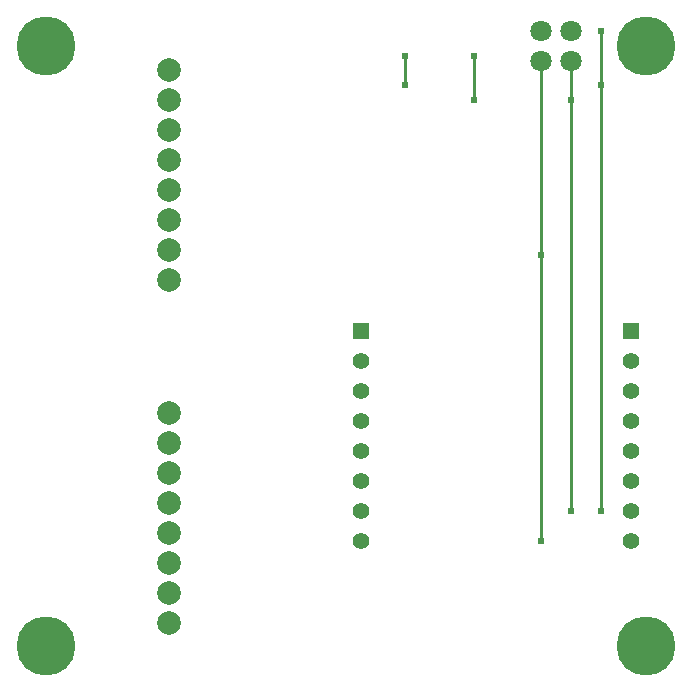
<source format=gbl>
G04 Layer: BottomLayer*
G04 EasyEDA v6.5.32, 2023-07-25 14:04:49*
G04 3427a68e04624d36b5ebd798919f52c8,5a6b42c53f6a479593ecc07194224c93,10*
G04 Gerber Generator version 0.2*
G04 Scale: 100 percent, Rotated: No, Reflected: No *
G04 Dimensions in millimeters *
G04 leading zeros omitted , absolute positions ,4 integer and 5 decimal *
%FSLAX45Y45*%
%MOMM*%

%ADD10C,0.2540*%
%ADD11R,1.4148X1.4148*%
%ADD12C,1.4148*%
%ADD13C,5.0000*%
%ADD14C,2.0000*%
%ADD15C,1.8000*%
%ADD16C,0.6096*%

%LPD*%
D10*
X3416300Y5372100D02*
G01*
X3416300Y5130800D01*
X4572000Y5334000D02*
G01*
X4572000Y3687234D01*
X4572000Y3687234D02*
G01*
X4572000Y1270000D01*
X4826000Y5334000D02*
G01*
X4826000Y1524000D01*
X5080000Y5588000D02*
G01*
X5080000Y1524000D01*
X4000500Y5372100D02*
G01*
X4000500Y5006594D01*
D11*
G01*
X3048000Y3048000D03*
D12*
G01*
X3048000Y2794000D03*
G01*
X3048000Y2540000D03*
G01*
X3048000Y2286000D03*
G01*
X3048000Y2032000D03*
G01*
X3048000Y1778000D03*
G01*
X3048000Y1524000D03*
G01*
X3048000Y1270000D03*
D11*
G01*
X5334000Y3048000D03*
D12*
G01*
X5334000Y2794000D03*
G01*
X5334000Y2540000D03*
G01*
X5334000Y2286000D03*
G01*
X5334000Y2032000D03*
G01*
X5334000Y1778000D03*
G01*
X5334000Y1524000D03*
G01*
X5334000Y1270000D03*
D13*
G01*
X5461000Y381000D03*
G01*
X381000Y381000D03*
G01*
X381000Y5461000D03*
G01*
X5461000Y5461000D03*
D14*
G01*
X1418793Y5260594D03*
G01*
X1418793Y5006594D03*
G01*
X1418793Y4752594D03*
G01*
X1418793Y4498594D03*
G01*
X1418793Y4244594D03*
G01*
X1418793Y3990594D03*
G01*
X1418793Y3736594D03*
G01*
X1418793Y3482594D03*
G01*
X1418818Y574294D03*
G01*
X1418818Y828294D03*
G01*
X1418818Y1082294D03*
G01*
X1418818Y1336294D03*
G01*
X1418818Y1590294D03*
G01*
X1418818Y1844294D03*
G01*
X1418818Y2098294D03*
G01*
X1418818Y2352294D03*
D15*
G01*
X4826000Y5588000D03*
G01*
X4826000Y5334000D03*
G01*
X4572000Y5334000D03*
G01*
X4572000Y5588000D03*
D16*
G01*
X4000500Y5372100D03*
G01*
X4000500Y5006594D03*
G01*
X5080000Y5588000D03*
G01*
X5080000Y1524000D03*
G01*
X4826000Y1524000D03*
G01*
X4826000Y5006594D03*
G01*
X4572000Y1270000D03*
G01*
X4572000Y3687241D03*
G01*
X3416300Y5372100D03*
G01*
X5080000Y5130800D03*
G01*
X3416300Y5130800D03*
M02*

</source>
